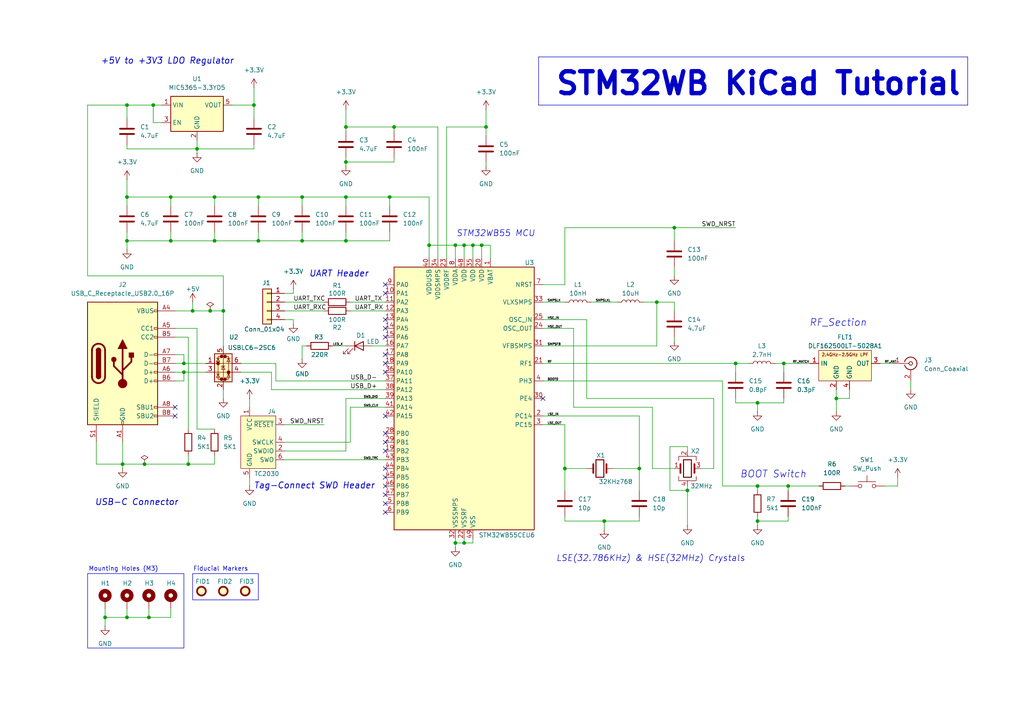
<source format=kicad_sch>
(kicad_sch (version 20250114) (generator "eeschema") (generator_version "9.0")
  (paper "A4")
  (title_block (title "STM32 Bluetooth Hardware") (date "2025-06-25"))
  (lib_symbols
    (symbol "Connector:Conn_ARM_SWD_TagConnect_TC2030" (in_bom no)
      (property "Reference" "J" (at 2.54 11.43 0))
      (property "Value" "Conn_ARM_SWD_TagConnect_TC2030" (at 5.08 8.89 0))
      (symbol "Conn_ARM_SWD_TagConnect_TC2030_0_0"
        (pin power_in line (at -2.54 10.16 270) (length 2.54) (name "VCC") (number "1"))
        (pin power_in line (at -2.54 -10.16 90) (length 2.54) (name "GND") (number "5"))
        (pin open_collector line (at 7.62 5.08 180) (length 2.54) (name "~{RESET}") (number "3"))
        (pin output line (at 7.62 0 180) (length 2.54) (name "SWCLK") (number "4"))
        (pin bidirectional line (at 7.62 -2.54 180) (length 2.54) (name "SWDIO") (number "2"))
        (pin input line (at 7.62 -5.08 180) (length 2.54) (name "SWO") (number "6"))
      )
    )
    (symbol "Connector:Conn_Coaxial" (pin_names (offset 1.016) (hide yes))
      (property "Reference" "J" (at 0.254 3.048 0))
      (property "Value" "Conn_Coaxial" (at 2.921 0 90))
      (symbol "Conn_Coaxial_1_1"
        (pin passive line (at -5.08 0 0) (length 2.54) (name "In") (number "1"))
        (pin passive line (at 0 -5.08 90) (length 2.54) (name "Ext") (number "2"))
      )
    )
    (symbol "Connector:USB_C_Receptacle_USB2.0_16P" (pin_names (offset 1.016))
      (property "Reference" "J" (at 0 22.225 0))
      (property "Value" "USB_C_Receptacle_USB2.0_16P" (at 0 19.685 0))
      (symbol "USB_C_Receptacle_USB2.0_16P_1_1"
        (pin passive line (at -7.62 -22.86 90) (length 5.08) (name "SHIELD") (number "S1"))
        (pin passive line (at 0 -22.86 90) (length 5.08) (name "GND") (number "A1"))
        (pin passive line (at 0 -22.86 90) (length 5.08) (hide yes) (name "GND") (number "A12"))
        (pin passive line (at 0 -22.86 90) (length 5.08) (hide yes) (name "GND") (number "B1"))
        (pin passive line (at 0 -22.86 90) (length 5.08) (hide yes) (name "GND") (number "B12"))
        (pin passive line (at 15.24 15.24 180) (length 5.08) (name "VBUS") (number "A4"))
        (pin passive line (at 15.24 15.24 180) (length 5.08) (hide yes) (name "VBUS") (number "A9"))
        (pin passive line (at 15.24 15.24 180) (length 5.08) (hide yes) (name "VBUS") (number "B4"))
        (pin passive line (at 15.24 15.24 180) (length 5.08) (hide yes) (name "VBUS") (number "B9"))
        (pin bidirectional line (at 15.24 10.16 180) (length 5.08) (name "CC1") (number "A5"))
        (pin bidirectional line (at 15.24 7.62 180) (length 5.08) (name "CC2") (number "B5"))
        (pin bidirectional line (at 15.24 2.54 180) (length 5.08) (name "D-") (number "A7"))
        (pin bidirectional line (at 15.24 0 180) (length 5.08) (name "D-") (number "B7"))
        (pin bidirectional line (at 15.24 -2.54 180) (length 5.08) (name "D+") (number "A6"))
        (pin bidirectional line (at 15.24 -5.08 180) (length 5.08) (name "D+") (number "B6"))
        (pin bidirectional line (at 15.24 -12.7 180) (length 5.08) (name "SBU1") (number "A8"))
        (pin bidirectional line (at 15.24 -15.24 180) (length 5.08) (name "SBU2") (number "B8"))
      )
    )
    (symbol "Connector_Generic:Conn_01x04" (pin_names (offset 1.016) (hide yes))
      (property "Reference" "J" (at 0 5.08 0))
      (property "Value" "Conn_01x04" (at 0 -7.62 0))
      (symbol "Conn_01x04_1_1"
        (pin passive line (at -5.08 2.54 0) (length 3.81) (name "Pin_1") (number "1"))
        (pin passive line (at -5.08 0 0) (length 3.81) (name "Pin_2") (number "2"))
        (pin passive line (at -5.08 -2.54 0) (length 3.81) (name "Pin_3") (number "3"))
        (pin passive line (at -5.08 -5.08 0) (length 3.81) (name "Pin_4") (number "4"))
      )
    )
    (symbol "Device:C" (pin_numbers (hide yes)) (pin_names (offset 0.254))
      (property "Reference" "C" (at 0.635 2.54 0))
      (property "Value" "C" (at 0.635 -2.54 0))
      (symbol "C_1_1"
        (pin passive line (at 0 3.81 270) (length 2.794) (name "~") (number "1"))
        (pin passive line (at 0 -3.81 90) (length 2.794) (name "~") (number "2"))
      )
    )
    (symbol "Device:Crystal" (pin_numbers (hide yes)) (pin_names (offset 1.016) (hide yes))
      (property "Reference" "Y" (at 0 3.81 0))
      (property "Value" "Crystal" (at 0 -3.81 0))
      (symbol "Crystal_1_1"
        (pin passive line (at -3.81 0 0) (length 1.27) (name "1") (number "1"))
        (pin passive line (at 3.81 0 180) (length 1.27) (name "2") (number "2"))
      )
    )
    (symbol "Device:Crystal_GND24" (pin_names (offset 1.016) (hide yes))
      (property "Reference" "Y" (at 3.175 5.08 0))
      (property "Value" "Crystal_GND24" (at 3.175 3.175 0))
      (symbol "Crystal_GND24_1_1"
        (pin passive line (at -3.81 0 0) (length 1.27) (name "1") (number "1"))
        (pin passive line (at 0 5.08 270) (length 1.27) (name "2") (number "2"))
        (pin passive line (at 0 -5.08 90) (length 1.27) (name "4") (number "4"))
        (pin passive line (at 3.81 0 180) (length 1.27) (name "3") (number "3"))
      )
    )
    (symbol "Device:L" (pin_numbers (hide yes)) (pin_names (offset 1.016) (hide yes))
      (property "Reference" "L" (at -1.27 0 90))
      (property "Value" "L" (at 1.905 0 90))
      (symbol "L_1_1"
        (pin passive line (at 0 3.81 270) (length 1.27) (name "1") (number "1"))
        (pin passive line (at 0 -3.81 90) (length 1.27) (name "2") (number "2"))
      )
    )
    (symbol "Device:LED" (pin_numbers (hide yes)) (pin_names (offset 1.016) (hide yes))
      (property "Reference" "D" (at 0 2.54 0))
      (property "Value" "LED" (at 0 -2.54 0))
      (symbol "LED_1_1"
        (pin passive line (at -3.81 0 0) (length 2.54) (name "K") (number "1"))
        (pin passive line (at 3.81 0 180) (length 2.54) (name "A") (number "2"))
      )
    )
    (symbol "Device:R" (pin_numbers (hide yes)) (pin_names (offset 0))
      (property "Reference" "R" (at 2.032 0 90))
      (property "Value" "R" (at 0 0 90))
      (symbol "R_1_1"
        (pin passive line (at 0 3.81 270) (length 1.27) (name "~") (number "1"))
        (pin passive line (at 0 -3.81 90) (length 1.27) (name "~") (number "2"))
      )
    )
    (symbol "MCU_ST_STM32WB:STM32WB55CEUx"
      (property "Reference" "U" (at -20.32 39.37 0))
      (property "Value" "STM32WB55CEUx" (at 12.7 39.37 0))
      (symbol "STM32WB55CEUx_1_1"
        (pin input line (at -22.86 33.02 0) (length 2.54) (name "NRST") (number "7"))
        (pin power_in line (at -22.86 27.94 0) (length 2.54) (name "VLXSMPS") (number "33"))
        (pin input line (at -22.86 22.86 0) (length 2.54) (name "OSC_IN") (number "25"))
        (pin input line (at -22.86 20.32 0) (length 2.54) (name "OSC_OUT") (number "24"))
        (pin input line (at -22.86 15.24 0) (length 2.54) (name "VFBSMPS") (number "31"))
        (pin bidirectional line (at -22.86 10.16 0) (length 2.54) (name "RF1") (number "21"))
        (pin bidirectional line (at -22.86 5.08 0) (length 2.54) (name "PH3") (number "4"))
        (pin bidirectional line (at -22.86 0 0) (length 2.54) (name "PE4") (number "30"))
        (pin bidirectional line (at -22.86 -5.08 0) (length 2.54) (name "PC14") (number "2"))
        (pin bidirectional line (at -22.86 -7.62 0) (length 2.54) (name "PC15") (number "3"))
        (pin no_connect line (at -20.32 -35.56 0) (length 2.54) (hide yes) (name "AT1") (number "27"))
        (pin no_connect line (at -20.32 -38.1 0) (length 2.54) (hide yes) (name "AT0") (number "26"))
        (pin power_in line (at -7.62 40.64 270) (length 2.54) (name "VBAT") (number "1"))
        (pin power_in line (at -5.08 40.64 270) (length 2.54) (name "VDD") (number "20"))
        (pin power_in line (at -2.54 40.64 270) (length 2.54) (name "VDD") (number "35"))
        (pin power_in line (at -2.54 -40.64 90) (length 2.54) (name "VSS") (number "49"))
        (pin power_in line (at 0 40.64 270) (length 2.54) (name "VDD") (number "48"))
        (pin power_in line (at 0 -40.64 90) (length 2.54) (name "VSSRF") (number "22"))
        (pin power_in line (at 2.54 40.64 270) (length 2.54) (name "VDDA") (number "8"))
        (pin power_in line (at 2.54 -40.64 90) (length 2.54) (name "VSSSMPS") (number "32"))
        (pin power_in line (at 5.08 40.64 270) (length 2.54) (name "VDDRF") (number "23"))
        (pin power_in line (at 7.62 40.64 270) (length 2.54) (name "VDDSMPS") (number "34"))
        (pin power_in line (at 10.16 40.64 270) (length 2.54) (name "VDDUSB") (number "40"))
        (pin bidirectional line (at 22.86 33.02 180) (length 2.54) (name "PA0") (number "9"))
        (pin bidirectional line (at 22.86 30.48 180) (length 2.54) (name "PA1") (number "10"))
        (pin bidirectional line (at 22.86 27.94 180) (length 2.54) (name "PA2") (number "11"))
        (pin bidirectional line (at 22.86 25.4 180) (length 2.54) (name "PA3") (number "12"))
        (pin bidirectional line (at 22.86 22.86 180) (length 2.54) (name "PA4") (number "13"))
        (pin bidirectional line (at 22.86 20.32 180) (length 2.54) (name "PA5") (number "14"))
        (pin bidirectional line (at 22.86 17.78 180) (length 2.54) (name "PA6") (number "15"))
        (pin bidirectional line (at 22.86 15.24 180) (length 2.54) (name "PA7") (number "16"))
        (pin bidirectional line (at 22.86 12.7 180) (length 2.54) (name "PA8") (number "17"))
        (pin bidirectional line (at 22.86 10.16 180) (length 2.54) (name "PA9") (number "18"))
        (pin bidirectional line (at 22.86 7.62 180) (length 2.54) (name "PA10") (number "36"))
        (pin bidirectional line (at 22.86 5.08 180) (length 2.54) (name "PA11") (number "37"))
        (pin bidirectional line (at 22.86 2.54 180) (length 2.54) (name "PA12") (number "38"))
        (pin bidirectional line (at 22.86 0 180) (length 2.54) (name "PA13") (number "39"))
        (pin bidirectional line (at 22.86 -2.54 180) (length 2.54) (name "PA14") (number "41"))
        (pin bidirectional line (at 22.86 -5.08 180) (length 2.54) (name "PA15") (number "42"))
        (pin bidirectional line (at 22.86 -10.16 180) (length 2.54) (name "PB0") (number "28"))
        (pin bidirectional line (at 22.86 -12.7 180) (length 2.54) (name "PB1") (number "29"))
        (pin bidirectional line (at 22.86 -15.24 180) (length 2.54) (name "PB2") (number "19"))
        (pin bidirectional line (at 22.86 -17.78 180) (length 2.54) (name "PB3") (number "43"))
        (pin bidirectional line (at 22.86 -20.32 180) (length 2.54) (name "PB4") (number "44"))
        (pin bidirectional line (at 22.86 -22.86 180) (length 2.54) (name "PB5") (number "45"))
        (pin bidirectional line (at 22.86 -25.4 180) (length 2.54) (name "PB6") (number "46"))
        (pin bidirectional line (at 22.86 -27.94 180) (length 2.54) (name "PB7") (number "47"))
        (pin bidirectional line (at 22.86 -30.48 180) (length 2.54) (name "PB8") (number "5"))
        (pin bidirectional line (at 22.86 -33.02 180) (length 2.54) (name "PB9") (number "6"))
      )
    )
    (symbol "Mechanical:Fiducial" (in_bom no)
      (property "Reference" "FID" (at 0 5.08 0))
      (property "Value" "Fiducial" (at 0 3.175 0))
    )
    (symbol "Mechanical:MountingHole_Pad" (pin_numbers (hide yes)) (pin_names (offset 1.016) (hide yes)) (in_bom no)
      (property "Reference" "H" (at 0 6.35 0))
      (property "Value" "MountingHole_Pad" (at 0 4.445 0))
      (symbol "MountingHole_Pad_1_1"
        (pin input line (at 0 -2.54 90) (length 2.54) (name "1") (number "1"))
      )
    )
    (symbol "Power_Protection:USBLC6-2SC6" (pin_names (hide yes))
      (property "Reference" "U" (at 0.635 5.715 0))
      (property "Value" "USBLC6-2SC6" (at 0.635 3.81 0))
      (symbol "USBLC6-2SC6_1_1"
        (pin passive line (at -5.08 0 0) (length 2.54) (name "I/O1") (number "1"))
        (pin passive line (at -5.08 -2.54 0) (length 2.54) (name "I/O2") (number "3"))
        (pin passive line (at 0 5.08 270) (length 2.54) (name "VBUS") (number "5"))
        (pin passive line (at 0 -7.62 90) (length 2.54) (name "GND") (number "2"))
        (pin passive line (at 5.08 0 180) (length 2.54) (name "I/O1") (number "6"))
        (pin passive line (at 5.08 -2.54 180) (length 2.54) (name "I/O2") (number "4"))
      )
    )
    (symbol "Regulator_Linear:MIC5365-3.3YD5"
      (property "Reference" "U" (at -7.62 6.35 0))
      (property "Value" "MIC5365-3.3YD5" (at 0 6.35 0))
      (symbol "MIC5365-3.3YD5_1_1"
        (pin power_in line (at -10.16 2.54 0) (length 2.54) (name "VIN") (number "1"))
        (pin input line (at -10.16 -2.54 0) (length 2.54) (name "EN") (number "3"))
        (pin power_in line (at 0 -7.62 90) (length 2.54) (name "GND") (number "2"))
        (pin no_connect line (at 7.62 -2.54 180) (length 2.54) (hide yes) (name "NC") (number "4"))
        (pin power_out line (at 10.16 2.54 180) (length 2.54) (name "VOUT") (number "5"))
      )
    )
    (symbol "STM32_RF:DLF162500LT-5028A1"
      (property "Reference" "FLT" (at 1.524 3.81 0))
      (property "Value" "DLF162500LT-5028A1" (at 13.97 -7.366 0))
      (property "Footprint" "STM32_RF:Untitled" (at 0 0 0))
      (symbol "DLF162500LT-5028A1_0_0"
        (pin passive line (at -8.89 -1.27 0) (length 2.54) (name "IN") (number "1"))
        (pin passive line (at -1.27 -8.89 90) (length 2.54) (name "GND") (number "2"))
        (pin passive line (at 2.54 -8.89 90) (length 2.54) (name "GND") (number "4"))
        (pin passive line (at 11.43 -1.27 180) (length 2.54) (name "OUT") (number "3"))
      )
      (symbol "DLF162500LT-5028A1_1_1"
        (text "2.4GHz-2.5GHz LPF" (at 1.27 1.27 0) (effects (font (size 0.889 0.889))))
      )
    )
    (symbol "Switch:SW_Push" (pin_numbers (hide yes)) (pin_names (offset 1.016) (hide yes))
      (property "Reference" "SW" (at 1.27 2.54 0))
      (property "Value" "SW_Push" (at 0 -1.524 0))
      (symbol "SW_Push_0_1"
        (pin passive line (at -5.08 0 0) (length 2.54) (name "1") (number "1"))
        (pin passive line (at 5.08 0 180) (length 2.54) (name "2") (number "2"))
      )
    )
    (symbol "power:+3.3V" (power) (pin_numbers (hide yes)) (pin_names (offset 0) (hide yes))
      (property "Value" "+3.3V" (at 0 3.556 0))
      (symbol "+3.3V_1_1"
        (pin power_in line (at 0 0 90) (length 0) (name "~") (number "1"))
      )
    )
    (symbol "power:+5V" (power) (pin_numbers (hide yes)) (pin_names (offset 0) (hide yes))
      (property "Value" "+5V" (at 0 3.556 0))
      (symbol "+5V_1_1"
        (pin power_in line (at 0 0 90) (length 0) (name "~") (number "1"))
      )
    )
    (symbol "power:GND" (power) (pin_numbers (hide yes)) (pin_names (offset 0) (hide yes))
      (property "Value" "GND" (at 0 -3.81 0))
      (symbol "GND_1_1"
        (pin power_in line (at 0 0 270) (length 0) (name "~") (number "1"))
      )
    )
    (symbol "power:PWR_FLAG" (power) (pin_numbers (hide yes)) (pin_names (offset 0) (hide yes))
      (property "Value" "PWR_FLAG" (at 0 3.81 0))
      (symbol "PWR_FLAG_0_0"
        (pin power_out line (at 0 0 90) (length 0) (name "~") (number "1"))
      )
    )
  )
  (rectangle (start 25.4 166.37) (end 53.34 187.96))
  (rectangle (start 55.88 166.37) (end 74.93 173.99))
  (text "STM32WB KiCad Tutorial" (at 219.964 24.384 0) (effects (font (size 6.35 6.35) (thickness 1.27) (bold yes))))
  (text "STM32WB55 MCU" (at 143.764 67.818 0) (effects (font (size 1.778 1.778) (italic yes))))
  (text "Fiducial Markers" (at 64.008 165.1 0) (effects (font (size 1.27 1.27))))
  (text "Tag-Connect SWD Header" (at 91.186 140.97 0) (effects (font (size 1.778 1.778) (thickness 0.2223) (italic yes))))
  (text "UART Header\n" (at 98.298 79.502 0) (effects (font (size 1.778 1.778) (thickness 0.2223) (italic yes))))
  (text "Mounting Holes (M3)" (at 35.814 165.1 0) (effects (font (size 1.27 1.27))))
  (text "RF_Section\n" (at 243.078 93.726 0) (effects (font (size 2.032 2.032) (italic yes))))
  (text "+5V to +3V3 LDO Regulator" (at 48.514 17.78 0) (effects (font (size 1.778 1.778) (thickness 0.2223) (italic yes))))
  (text "USB-C Connector" (at 39.624 145.796 0) (effects (font (size 1.778 1.778) (thickness 0.2223) (italic yes))))
  (text "BOOT Switch" (at 224.282 137.668 0) (effects (font (size 2.032 2.032) (italic yes))))
  (text "LSE(32.786KHz) & HSE(32MHz) Crystals" (at 188.722 162.052 0) (effects (font (size 1.778 1.778) (italic yes))))
  (junction (at 227.33 105.41))
  (junction (at 43.18 179.07))
  (junction (at 175.26 151.13))
  (junction (at 134.62 157.48))
  (junction (at 53.34 107.95))
  (junction (at 49.53 57.15))
  (junction (at 87.63 57.15))
  (junction (at 62.23 57.15))
  (junction (at 73.66 30.48))
  (junction (at 74.93 69.85))
  (junction (at 140.97 36.83))
  (junction (at 163.83 135.89))
  (junction (at 185.42 135.89))
  (junction (at 124.46 71.12))
  (junction (at 55.88 90.17))
  (junction (at 113.03 57.15))
  (junction (at 87.63 69.85))
  (junction (at 213.36 105.41))
  (junction (at 242.57 115.57))
  (junction (at 64.77 90.17))
  (junction (at 44.45 30.48))
  (junction (at 195.58 66.04))
  (junction (at 60.96 90.17))
  (junction (at 57.15 43.18))
  (junction (at 53.34 105.41))
  (junction (at 219.71 140.97))
  (junction (at 54.61 134.62))
  (junction (at 49.53 69.85))
  (junction (at 62.23 69.85))
  (junction (at 100.33 36.83))
  (junction (at 36.83 30.48))
  (junction (at 41.91 134.62))
  (junction (at 100.33 69.85))
  (junction (at 190.5 87.63))
  (junction (at 35.56 134.62))
  (junction (at 100.33 46.99))
  (junction (at 219.71 151.13))
  (junction (at 219.71 116.84))
  (junction (at 137.16 71.12))
  (junction (at 139.7 71.12))
  (junction (at 228.6 140.97))
  (junction (at 199.39 142.24))
  (junction (at 114.3 36.83))
  (junction (at 132.08 71.12))
  (junction (at 100.33 57.15))
  (junction (at 36.83 179.07))
  (junction (at 132.08 157.48))
  (junction (at 36.83 69.85))
  (junction (at 74.93 57.15))
  (junction (at 134.62 71.12))
  (junction (at 36.83 57.15))
  (junction (at 30.48 179.07))
  (no_connect (at 111.76 92.71))
  (no_connect (at 111.76 95.25))
  (no_connect (at 111.76 148.59))
  (no_connect (at 111.76 85.09))
  (no_connect (at 111.76 138.43))
  (no_connect (at 111.76 128.27))
  (no_connect (at 111.76 125.73))
  (no_connect (at 111.76 102.87))
  (no_connect (at 111.76 107.95))
  (no_connect (at 157.48 115.57))
  (no_connect (at 111.76 140.97))
  (no_connect (at 111.76 82.55))
  (no_connect (at 50.8 118.11))
  (no_connect (at 111.76 130.81))
  (no_connect (at 111.76 120.65))
  (no_connect (at 111.76 135.89))
  (no_connect (at 50.8 120.65))
  (no_connect (at 111.76 105.41))
  (no_connect (at 111.76 97.79))
  (no_connect (at 111.76 146.05))
  (no_connect (at 111.76 143.51))
  (wire (pts (xy 25.4 80.01) (xy 64.77 80.01)))
  (wire (pts (xy 25.4 30.48) (xy 25.4 80.01)))
  (wire (pts (xy 57.15 43.18) (xy 57.15 44.45)))
  (wire (pts (xy 54.61 132.08) (xy 54.61 134.62)))
  (wire (pts (xy 227.33 105.41) (xy 234.95 105.41)))
  (wire (pts (xy 49.53 57.15) (xy 62.23 57.15)))
  (wire (pts (xy 113.03 69.85) (xy 100.33 69.85)))
  (wire (pts (xy 30.48 176.53) (xy 30.48 179.07)))
  (polyline (pts (xy 280.67 16.51) (xy 280.67 30.48)))
  (wire (pts (xy 100.33 115.57) (xy 111.76 115.57)))
  (wire (pts (xy 157.48 100.33) (xy 190.5 100.33)))
  (wire (pts (xy 49.53 176.53) (xy 49.53 179.07)))
  (wire (pts (xy 124.46 71.12) (xy 124.46 57.15)))
  (wire (pts (xy 219.71 149.86) (xy 219.71 151.13)))
  (wire (pts (xy 27.94 128.27) (xy 27.94 134.62)))
  (wire (pts (xy 157.48 87.63) (xy 163.83 87.63)))
  (wire (pts (xy 55.88 90.17) (xy 50.8 90.17)))
  (wire (pts (xy 49.53 59.69) (xy 49.53 57.15)))
  (wire (pts (xy 69.85 107.95) (xy 78.74 107.95)))
  (wire (pts (xy 78.74 113.03) (xy 111.76 113.03)))
  (wire (pts (xy 80.01 110.49) (xy 111.76 110.49)))
  (wire (pts (xy 137.16 71.12) (xy 139.7 71.12)))
  (wire (pts (xy 175.26 151.13) (xy 175.26 153.67)))
  (wire (pts (xy 54.61 97.79) (xy 54.61 124.46)))
  (wire (pts (xy 36.83 30.48) (xy 36.83 34.29)))
  (wire (pts (xy 132.08 71.12) (xy 134.62 71.12)))
  (wire (pts (xy 36.83 43.18) (xy 57.15 43.18)))
  (wire (pts (xy 36.83 176.53) (xy 36.83 179.07)))
  (wire (pts (xy 74.93 67.31) (xy 74.93 69.85)))
  (wire (pts (xy 227.33 105.41) (xy 227.33 107.95)))
  (wire (pts (xy 62.23 69.85) (xy 49.53 69.85)))
  (wire (pts (xy 57.15 95.25) (xy 57.15 124.46)))
  (wire (pts (xy 44.45 30.48) (xy 36.83 30.48)))
  (wire (pts (xy 100.33 46.99) (xy 100.33 48.26)))
  (wire (pts (xy 185.42 135.89) (xy 185.42 142.24)))
  (wire (pts (xy 199.39 129.54) (xy 194.31 129.54)))
  (wire (pts (xy 87.63 69.85) (xy 74.93 69.85)))
  (wire (pts (xy 100.33 31.75) (xy 100.33 36.83)))
  (wire (pts (xy 127 74.93) (xy 127 36.83)))
  (wire (pts (xy 62.23 132.08) (xy 62.23 134.62)))
  (wire (pts (xy 185.42 120.65) (xy 185.42 135.89)))
  (polyline (pts (xy 156.21 16.51) (xy 280.67 16.51)))
  (wire (pts (xy 246.38 115.57) (xy 246.38 113.03)))
  (wire (pts (xy 207.01 115.57) (xy 207.01 135.89)))
  (wire (pts (xy 50.8 107.95) (xy 53.34 107.95)))
  (wire (pts (xy 237.49 140.97) (xy 228.6 140.97)))
  (wire (pts (xy 100.33 130.81) (xy 100.33 115.57)))
  (wire (pts (xy 36.83 59.69) (xy 36.83 57.15)))
  (wire (pts (xy 80.01 105.41) (xy 80.01 110.49)))
  (wire (pts (xy 190.5 87.63) (xy 186.69 87.63)))
  (wire (pts (xy 82.55 85.09) (xy 85.09 85.09)))
  (wire (pts (xy 54.61 134.62) (xy 41.91 134.62)))
  (wire (pts (xy 57.15 124.46) (xy 62.23 124.46)))
  (wire (pts (xy 44.45 35.56) (xy 44.45 30.48)))
  (wire (pts (xy 50.8 110.49) (xy 53.34 110.49)))
  (wire (pts (xy 195.58 97.79) (xy 195.58 99.06)))
  (polyline (pts (xy 156.21 30.48) (xy 156.21 16.51)))
  (wire (pts (xy 199.39 142.24) (xy 199.39 152.4)))
  (wire (pts (xy 50.8 95.25) (xy 57.15 95.25)))
  (wire (pts (xy 163.83 135.89) (xy 170.18 135.89)))
  (wire (pts (xy 82.55 90.17) (xy 93.98 90.17)))
  (wire (pts (xy 157.48 120.65) (xy 185.42 120.65)))
  (wire (pts (xy 78.74 107.95) (xy 78.74 113.03)))
  (wire (pts (xy 166.37 95.25) (xy 166.37 118.11)))
  (wire (pts (xy 49.53 67.31) (xy 49.53 69.85)))
  (wire (pts (xy 55.88 87.63) (xy 55.88 90.17)))
  (wire (pts (xy 36.83 179.07) (xy 30.48 179.07)))
  (wire (pts (xy 36.83 69.85) (xy 36.83 72.39)))
  (wire (pts (xy 185.42 151.13) (xy 175.26 151.13)))
  (wire (pts (xy 87.63 100.33) (xy 87.63 104.14)))
  (wire (pts (xy 163.83 123.19) (xy 163.83 135.89)))
  (wire (pts (xy 100.33 67.31) (xy 100.33 69.85)))
  (wire (pts (xy 228.6 140.97) (xy 228.6 142.24)))
  (wire (pts (xy 124.46 74.93) (xy 124.46 71.12)))
  (polyline (pts (xy 156.21 30.48) (xy 280.67 30.48)))
  (wire (pts (xy 157.48 95.25) (xy 166.37 95.25)))
  (wire (pts (xy 73.66 25.4) (xy 73.66 30.48)))
  (wire (pts (xy 50.8 102.87) (xy 53.34 102.87)))
  (wire (pts (xy 82.55 92.71) (xy 85.09 92.71)))
  (wire (pts (xy 62.23 57.15) (xy 62.23 59.69)))
  (wire (pts (xy 124.46 57.15) (xy 113.03 57.15)))
  (wire (pts (xy 36.83 67.31) (xy 36.83 69.85)))
  (wire (pts (xy 100.33 45.72) (xy 100.33 46.99)))
  (wire (pts (xy 27.94 134.62) (xy 35.56 134.62)))
  (wire (pts (xy 194.31 129.54) (xy 194.31 142.24)))
  (wire (pts (xy 219.71 140.97) (xy 219.71 142.24)))
  (wire (pts (xy 69.85 105.41) (xy 80.01 105.41)))
  (wire (pts (xy 100.33 38.1) (xy 100.33 36.83)))
  (wire (pts (xy 140.97 31.75) (xy 140.97 36.83)))
  (wire (pts (xy 157.48 123.19) (xy 163.83 123.19)))
  (wire (pts (xy 100.33 57.15) (xy 100.33 59.69)))
  (wire (pts (xy 213.36 105.41) (xy 217.17 105.41)))
  (wire (pts (xy 87.63 67.31) (xy 87.63 69.85)))
  (wire (pts (xy 73.66 43.18) (xy 57.15 43.18)))
  (wire (pts (xy 46.99 30.48) (xy 44.45 30.48)))
  (wire (pts (xy 170.18 92.71) (xy 170.18 115.57)))
  (wire (pts (xy 36.83 30.48) (xy 25.4 30.48)))
  (wire (pts (xy 101.6 128.27) (xy 101.6 118.11)))
  (wire (pts (xy 82.55 87.63) (xy 93.98 87.63)))
  (wire (pts (xy 134.62 71.12) (xy 137.16 71.12)))
  (wire (pts (xy 264.16 110.49) (xy 264.16 113.03)))
  (wire (pts (xy 137.16 157.48) (xy 134.62 157.48)))
  (wire (pts (xy 64.77 90.17) (xy 64.77 100.33)))
  (wire (pts (xy 207.01 135.89) (xy 203.2 135.89)))
  (wire (pts (xy 35.56 128.27) (xy 35.56 134.62)))
  (wire (pts (xy 73.66 41.91) (xy 73.66 43.18)))
  (wire (pts (xy 62.23 134.62) (xy 54.61 134.62)))
  (wire (pts (xy 195.58 66.04) (xy 213.36 66.04)))
  (wire (pts (xy 170.18 115.57) (xy 207.01 115.57)))
  (wire (pts (xy 74.93 57.15) (xy 87.63 57.15)))
  (wire (pts (xy 88.9 100.33) (xy 87.63 100.33)))
  (wire (pts (xy 195.58 66.04) (xy 195.58 69.85)))
  (wire (pts (xy 53.34 105.41) (xy 59.69 105.41)))
  (wire (pts (xy 129.54 36.83) (xy 140.97 36.83)))
  (wire (pts (xy 101.6 118.11) (xy 111.76 118.11)))
  (wire (pts (xy 53.34 110.49) (xy 53.34 107.95)))
  (wire (pts (xy 127 36.83) (xy 114.3 36.83)))
  (wire (pts (xy 35.56 134.62) (xy 35.56 135.89)))
  (wire (pts (xy 85.09 85.09) (xy 85.09 83.82)))
  (wire (pts (xy 213.36 115.57) (xy 213.36 116.84)))
  (wire (pts (xy 74.93 57.15) (xy 74.93 59.69)))
  (wire (pts (xy 194.31 142.24) (xy 199.39 142.24)))
  (wire (pts (xy 256.54 140.97) (xy 260.35 140.97)))
  (wire (pts (xy 142.24 71.12) (xy 142.24 74.93)))
  (wire (pts (xy 163.83 149.86) (xy 163.83 151.13)))
  (wire (pts (xy 64.77 80.01) (xy 64.77 90.17)))
  (wire (pts (xy 36.83 52.07) (xy 36.83 57.15)))
  (wire (pts (xy 36.83 57.15) (xy 49.53 57.15)))
  (wire (pts (xy 190.5 100.33) (xy 190.5 87.63)))
  (wire (pts (xy 140.97 46.99) (xy 140.97 48.26)))
  (wire (pts (xy 82.55 123.19) (xy 93.98 123.19)))
  (wire (pts (xy 242.57 113.03) (xy 242.57 115.57)))
  (wire (pts (xy 36.83 41.91) (xy 36.83 43.18)))
  (wire (pts (xy 132.08 71.12) (xy 132.08 74.93)))
  (wire (pts (xy 82.55 128.27) (xy 101.6 128.27)))
  (wire (pts (xy 195.58 77.47) (xy 195.58 80.01)))
  (wire (pts (xy 132.08 156.21) (xy 132.08 157.48)))
  (wire (pts (xy 228.6 149.86) (xy 228.6 151.13)))
  (wire (pts (xy 224.79 105.41) (xy 227.33 105.41)))
  (wire (pts (xy 199.39 130.81) (xy 199.39 129.54)))
  (wire (pts (xy 87.63 57.15) (xy 100.33 57.15)))
  (wire (pts (xy 242.57 115.57) (xy 242.57 119.38)))
  (wire (pts (xy 124.46 71.12) (xy 132.08 71.12)))
  (wire (pts (xy 185.42 149.86) (xy 185.42 151.13)))
  (wire (pts (xy 137.16 156.21) (xy 137.16 157.48)))
  (wire (pts (xy 82.55 133.35) (xy 111.76 133.35)))
  (wire (pts (xy 96.52 100.33) (xy 100.33 100.33)))
  (wire (pts (xy 195.58 90.17) (xy 195.58 87.63)))
  (wire (pts (xy 195.58 87.63) (xy 190.5 87.63)))
  (wire (pts (xy 114.3 45.72) (xy 114.3 46.99)))
  (wire (pts (xy 62.23 57.15) (xy 74.93 57.15)))
  (wire (pts (xy 177.8 135.89) (xy 185.42 135.89)))
  (wire (pts (xy 242.57 115.57) (xy 246.38 115.57)))
  (wire (pts (xy 82.55 130.81) (xy 100.33 130.81)))
  (wire (pts (xy 85.09 92.71) (xy 85.09 93.98)))
  (wire (pts (xy 157.48 110.49) (xy 209.55 110.49)))
  (wire (pts (xy 46.99 35.56) (xy 44.45 35.56)))
  (wire (pts (xy 189.23 135.89) (xy 195.58 135.89)))
  (wire (pts (xy 114.3 36.83) (xy 114.3 38.1)))
  (wire (pts (xy 171.45 87.63) (xy 179.07 87.63)))
  (wire (pts (xy 139.7 71.12) (xy 142.24 71.12)))
  (wire (pts (xy 43.18 176.53) (xy 43.18 179.07)))
  (wire (pts (xy 72.39 138.43) (xy 72.39 140.97)))
  (wire (pts (xy 62.23 67.31) (xy 62.23 69.85)))
  (wire (pts (xy 134.62 157.48) (xy 132.08 157.48)))
  (wire (pts (xy 100.33 36.83) (xy 114.3 36.83)))
  (wire (pts (xy 189.23 118.11) (xy 189.23 135.89)))
  (wire (pts (xy 199.39 142.24) (xy 199.39 140.97)))
  (wire (pts (xy 163.83 151.13) (xy 175.26 151.13)))
  (wire (pts (xy 50.8 105.41) (xy 53.34 105.41)))
  (wire (pts (xy 213.36 116.84) (xy 219.71 116.84)))
  (wire (pts (xy 114.3 46.99) (xy 100.33 46.99)))
  (wire (pts (xy 43.18 179.07) (xy 36.83 179.07)))
  (wire (pts (xy 113.03 67.31) (xy 113.03 69.85)))
  (wire (pts (xy 134.62 156.21) (xy 134.62 157.48)))
  (wire (pts (xy 157.48 82.55) (xy 163.83 82.55)))
  (wire (pts (xy 137.16 71.12) (xy 137.16 74.93)))
  (wire (pts (xy 209.55 110.49) (xy 209.55 140.97)))
  (wire (pts (xy 72.39 115.57) (xy 72.39 118.11)))
  (wire (pts (xy 73.66 30.48) (xy 67.31 30.48)))
  (wire (pts (xy 101.6 90.17) (xy 111.76 90.17)))
  (wire (pts (xy 219.71 140.97) (xy 228.6 140.97)))
  (wire (pts (xy 228.6 151.13) (xy 219.71 151.13)))
  (wire (pts (xy 157.48 92.71) (xy 170.18 92.71)))
  (wire (pts (xy 134.62 71.12) (xy 134.62 74.93)))
  (wire (pts (xy 163.83 66.04) (xy 195.58 66.04)))
  (wire (pts (xy 260.35 138.43) (xy 260.35 140.97)))
  (wire (pts (xy 53.34 102.87) (xy 53.34 105.41)))
  (wire (pts (xy 73.66 34.29) (xy 73.66 30.48)))
  (wire (pts (xy 163.83 82.55) (xy 163.83 66.04)))
  (wire (pts (xy 113.03 57.15) (xy 113.03 59.69)))
  (wire (pts (xy 57.15 40.64) (xy 57.15 43.18)))
  (wire (pts (xy 41.91 134.62) (xy 35.56 134.62)))
  (wire (pts (xy 87.63 57.15) (xy 87.63 59.69)))
  (wire (pts (xy 107.95 100.33) (xy 111.76 100.33)))
  (wire (pts (xy 219.71 116.84) (xy 219.71 119.38)))
  (wire (pts (xy 49.53 179.07) (xy 43.18 179.07)))
  (wire (pts (xy 163.83 135.89) (xy 163.83 142.24)))
  (wire (pts (xy 157.48 105.41) (xy 213.36 105.41)))
  (wire (pts (xy 227.33 115.57) (xy 227.33 116.84)))
  (wire (pts (xy 64.77 90.17) (xy 60.96 90.17)))
  (wire (pts (xy 53.34 107.95) (xy 59.69 107.95)))
  (wire (pts (xy 36.83 69.85) (xy 49.53 69.85)))
  (wire (pts (xy 139.7 71.12) (xy 139.7 74.93)))
  (wire (pts (xy 101.6 87.63) (xy 111.76 87.63)))
  (wire (pts (xy 166.37 118.11) (xy 189.23 118.11)))
  (wire (pts (xy 213.36 105.41) (xy 213.36 107.95)))
  (wire (pts (xy 100.33 69.85) (xy 87.63 69.85)))
  (wire (pts (xy 219.71 151.13) (xy 219.71 152.4)))
  (wire (pts (xy 64.77 113.03) (xy 64.77 115.57)))
  (wire (pts (xy 245.11 140.97) (xy 246.38 140.97)))
  (wire (pts (xy 209.55 140.97) (xy 219.71 140.97)))
  (wire (pts (xy 50.8 97.79) (xy 54.61 97.79)))
  (wire (pts (xy 74.93 69.85) (xy 62.23 69.85)))
  (wire (pts (xy 30.48 179.07) (xy 30.48 181.61)))
  (wire (pts (xy 132.08 157.48) (xy 132.08 158.75)))
  (wire (pts (xy 140.97 36.83) (xy 140.97 39.37)))
  (wire (pts (xy 255.27 105.41) (xy 259.08 105.41)))
  (wire (pts (xy 227.33 116.84) (xy 219.71 116.84)))
  (wire (pts (xy 129.54 74.93) (xy 129.54 36.83)))
  (wire (pts (xy 60.96 90.17) (xy 55.88 90.17)))
  (wire (pts (xy 100.33 57.15) (xy 113.03 57.15)))
  (label "HSE_OUT" (at 158.75 95.25 0) (effects (font (size 0.635 0.635))))
  (label "LSE_OUT" (at 158.75 123.19 0) (effects (font (size 0.635 0.635))))
  (label "RF_MATCH" (at 229.87 105.41 0) (effects (font (size 0.635 0.635))))
  (label "UART_TX" (at 102.87 87.63 0))
  (label "RF_ANT" (at 256.54 105.41 0) (effects (font (size 0.635 0.635))))
  (label "USB_D+" (at 101.6 113.03 0))
  (label "SMPSLX" (at 158.75 87.63 0) (effects (font (size 0.635 0.635))))
  (label "SWD_NRST" (at 93.98 123.19 180))
  (label "SWD_CLK" (at 105.41 118.11 0) (effects (font (size 0.635 0.635))))
  (label "HSE_IN" (at 158.75 92.71 0) (effects (font (size 0.635 0.635))))
  (label "SWD_TRC" (at 105.41 133.35 0) (effects (font (size 0.635 0.635))))
  (label "LSE_IN" (at 158.75 120.65 0) (effects (font (size 0.635 0.635))))
  (label "RF" (at 158.75 105.41 0) (effects (font (size 0.635 0.635))))
  (label "SWD_NRST" (at 213.36 66.04 180))
  (label "LED_K" (at 96.52 100.33 0) (effects (font (size 0.635 0.635))))
  (label "SMPSFB" (at 158.75 100.33 0) (effects (font (size 0.635 0.635))))
  (label "SWD_DIO" (at 105.41 115.57 0) (effects (font (size 0.635 0.635))))
  (label "SMPSLXL" (at 172.72 87.63 0) (effects (font (size 0.635 0.635))))
  (label "UART_RXC" (at 85.09 90.17 0))
  (label "BOOT0" (at 158.75 110.49 0) (effects (font (size 0.635 0.635))))
  (label "UART_RX" (at 102.87 90.17 0))
  (label "UART_TXC" (at 85.09 87.63 0))
  (label "USB_D-" (at 101.6 110.49 0))
  (symbol (lib_id "power:GND") (at 199.39 152.4 0) (unit 1)
    (property "Reference" "#PWR023" (effects (hide yes)))
    (property "Value" "GND" (at 199.39 157.48 0))
    (property "Description" "Power symbol creates a global label with name \"GND\" , ground" (effects (hide yes)))
  )
  (symbol (lib_id "Regulator_Linear:MIC5365-3.3YD5") (at 57.15 33.02 0) (unit 1)
    (property "Reference" "U1" (at 57.15 22.86 0))
    (property "Value" "MIC5365-3.3YD5" (at 57.15 25.4 0))
    (property "Footprint" "Package_TO_SOT_SMD:SOT-23-5" (effects (hide yes)))
    (property "Datasheet" "http://ww1.microchip.com/downloads/en/DeviceDoc/mic5365.pdf" (effects (hide yes)))
    (property "Description" "150mA Low-dropout Voltage Regulator, Vout 3.3V, Vin up to 5.5V, SOT-23-5" (effects (hide yes)))
  )
  (symbol (lib_id "power:GND") (at 195.58 80.01 0) (unit 1)
    (property "Reference" "#PWR09" (effects (hide yes)))
    (property "Value" "GND" (at 195.58 85.09 0))
    (property "Description" "Power symbol creates a global label with name \"GND\" , ground" (effects (hide yes)))
  )
  (symbol (lib_id "Device:C") (at 213.36 111.76 0) (unit 1)
    (property "Reference" "C15" (at 217.17 110.4899 0) (effects (justify left)))
    (property "Value" "0.8pF" (at 217.17 113.0299 0) (effects (justify left)))
    (property "Footprint" "Capacitor_SMD:C_0402_1005Metric" (effects (hide yes)))
    (property "Description" "Unpolarized capacitor" (effects (hide yes)))
  )
  (symbol (lib_id "power:GND") (at 30.48 181.61 0) (unit 1)
    (property "Reference" "#PWR027" (effects (hide yes)))
    (property "Value" "GND" (at 30.48 186.69 0))
    (property "Description" "Power symbol creates a global label with name \"GND\" , ground" (effects (hide yes)))
  )
  (symbol (lib_id "Device:C") (at 228.6 146.05 0) (unit 1)
    (property "Reference" "C19" (at 232.41 144.7799 0) (effects (justify left)))
    (property "Value" "100nF" (at 232.41 147.3199 0) (effects (justify left)))
    (property "Footprint" "Capacitor_SMD:C_0402_1005Metric" (effects (hide yes)))
    (property "Description" "Unpolarized capacitor" (effects (hide yes)))
  )
  (symbol (lib_id "Device:C") (at 62.23 63.5 0) (unit 1)
    (property "Reference" "C8" (at 66.04 62.2299 0) (effects (justify left)))
    (property "Value" "100nF" (at 66.04 64.7699 0) (effects (justify left)))
    (property "Footprint" "Capacitor_SMD:C_0402_1005Metric" (effects (hide yes)))
    (property "Description" "Unpolarized capacitor" (effects (hide yes)))
  )
  (symbol (lib_id "Device:C") (at 114.3 41.91 0) (unit 1)
    (property "Reference" "C4" (at 118.11 40.6399 0) (effects (justify left)))
    (property "Value" "100nF" (at 118.11 43.1799 0) (effects (justify left)))
    (property "Footprint" "Capacitor_SMD:C_0402_1005Metric" (effects (hide yes)))
    (property "Description" "Unpolarized capacitor" (effects (hide yes)))
  )
  (symbol (lib_id "power:GND") (at 140.97 48.26 0) (unit 1)
    (property "Reference" "#PWR06" (effects (hide yes)))
    (property "Value" "GND" (at 140.97 53.34 0))
    (property "Description" "Power symbol creates a global label with name \"GND\" , ground" (effects (hide yes)))
  )
  (symbol (lib_id "Device:C") (at 227.33 111.76 0) (unit 1)
    (property "Reference" "C16" (at 231.14 110.4899 0) (effects (justify left)))
    (property "Value" "0.3pF" (at 231.14 113.0299 0) (effects (justify left)))
    (property "Footprint" "Capacitor_SMD:C_0402_1005Metric" (effects (hide yes)))
    (property "Description" "Unpolarized capacitor" (effects (hide yes)))
  )
  (symbol (lib_id "MCU_ST_STM32WB:STM32WB55CEUx") (at 134.62 115.57 0) (mirror y) (unit 1)
    (property "Reference" "U3" (at 154.94 76.2 0) (effects (justify left)))
    (property "Value" "STM32WB55CEU6" (at 155.194 155.194 0) (effects (justify left)))
    (property "Footprint" "Package_DFN_QFN:QFN-48-1EP_7x7mm_P0.5mm_EP5.6x5.6mm" (effects (hide yes)))
    (property "Datasheet" "https://www.st.com/resource/en/datasheet/stm32wb55ce.pdf" (effects (hide yes)))
    (property "Description" "STMicroelectronics Arm Cortex-M4 MCU, 512KB flash, 256KB RAM, 64 MHz, 1.71-3.6V, 30 GPIO, UFQFPN48" (effects (hide yes)))
  )
  (symbol (lib_id "Device:C") (at 36.83 63.5 0) (unit 1)
    (property "Reference" "C6" (at 40.64 62.2299 0) (effects (justify left)))
    (property "Value" "4.7uF" (at 40.64 64.7699 0) (effects (justify left)))
    (property "Footprint" "Capacitor_SMD:C_0603_1608Metric" (effects (hide yes)))
    (property "Description" "Unpolarized capacitor" (effects (hide yes)))
  )
  (symbol (lib_id "power:GND") (at 85.09 93.98 0) (unit 1)
    (property "Reference" "#PWR012" (effects (hide yes)))
    (property "Value" "GND" (at 85.09 98.298 0))
    (property "Description" "Power symbol creates a global label with name \"GND\" , ground" (effects (hide yes)))
  )
  (symbol (lib_id "Connector:Conn_ARM_SWD_TagConnect_TC2030") (at 74.93 128.27 0) (unit 1) (in_bom no)
    (property "Reference" "J4" (at 80.01 119.38 0) (effects (justify right)))
    (property "Value" "TC2030" (at 81.026 137.414 0) (effects (justify right)))
    (property "Footprint" "Connector:Tag-Connect_TC2030-IDC-FP_2x03_P1.27mm_Vertical" (effects (hide yes)))
    (property "Datasheet" "https://www.tag-connect.com/wp-content/uploads/bsk-pdf-manager/TC2030-CTX_1.pdf" (effects (hide yes)))
    (property "Description" "Tag-Connect ARM Cortex SWD JTAG connector, 6 pin" (effects (hide yes)))
  )
  (symbol (lib_id "Device:Crystal_GND24") (at 199.39 135.89 0) (unit 1)
    (property "Reference" "X2" (at 201.676 130.81 0))
    (property "Value" "32MHz" (at 203.454 140.97 0))
    (property "Footprint" "Crystal:Crystal_SMD_2016-4Pin_2.0x1.6mm" (effects (hide yes)))
    (property "Description" "Four pin crystal, GND on pins 2 and 4" (effects (hide yes)))
  )
  (symbol (lib_id "power:GND") (at 242.57 119.38 0) (unit 1)
    (property "Reference" "#PWR019" (effects (hide yes)))
    (property "Value" "GND" (at 242.57 124.46 0))
    (property "Description" "Power symbol creates a global label with name \"GND\" , ground" (effects (hide yes)))
  )
  (symbol (lib_id "power:GND") (at 87.63 104.14 0) (unit 1)
    (property "Reference" "#PWR014" (effects (hide yes)))
    (property "Value" "GND" (at 87.63 108.458 0))
    (property "Description" "Power symbol creates a global label with name \"GND\" , ground" (effects (hide yes)))
  )
  (symbol (lib_id "power:GND") (at 100.33 48.26 0) (unit 1)
    (property "Reference" "#PWR05" (effects (hide yes)))
    (property "Value" "GND" (at 100.33 53.34 0))
    (property "Description" "Power symbol creates a global label with name \"GND\" , ground" (effects (hide yes)))
  )
  (symbol (lib_id "power:GND") (at 57.15 44.45 0) (unit 1)
    (property "Reference" "#PWR04" (effects (hide yes)))
    (property "Value" "GND" (at 57.15 49.53 0))
    (property "Description" "Power symbol creates a global label with name \"GND\" , ground" (effects (hide yes)))
  )
  (symbol (lib_id "Device:C") (at 49.53 63.5 0) (unit 1)
    (property "Reference" "C7" (at 53.34 62.2299 0) (effects (justify left)))
    (property "Value" "100nF" (at 53.34 64.7699 0) (effects (justify left)))
    (property "Footprint" "Capacitor_SMD:C_0402_1005Metric" (effects (hide yes)))
    (property "Description" "Unpolarized capacitor" (effects (hide yes)))
  )
  (symbol (lib_id "power:GND") (at 132.08 158.75 0) (unit 1)
    (property "Reference" "#PWR026" (effects (hide yes)))
    (property "Value" "GND" (at 132.08 163.83 0))
    (property "Description" "Power symbol creates a global label with name \"GND\" , ground" (effects (hide yes)))
  )
  (symbol (lib_id "Device:R") (at 97.79 87.63 90) (unit 1)
    (property "Reference" "R1" (at 97.79 82.804 90))
    (property "Value" "100R" (at 97.79 85.09 90))
    (property "Footprint" "Capacitor_SMD:C_0402_1005Metric" (effects (hide yes)))
    (property "Description" "Resistor" (effects (hide yes)))
  )
  (symbol (lib_id "Device:C") (at 113.03 63.5 0) (unit 1)
    (property "Reference" "C12" (at 116.84 62.2299 0) (effects (justify left)))
    (property "Value" "100nF" (at 116.84 64.7699 0) (effects (justify left)))
    (property "Footprint" "Capacitor_SMD:C_0402_1005Metric" (effects (hide yes)))
    (property "Description" "Unpolarized capacitor" (effects (hide yes)))
  )
  (symbol (lib_id "power:+3.3V") (at 140.97 31.75 0) (unit 1)
    (property "Reference" "#PWR03" (effects (hide yes)))
    (property "Value" "+3.3V" (at 140.97 26.67 0))
    (property "Description" "Power symbol creates a global label with name \"+3.3V\"" (effects (hide yes)))
  )
  (symbol (lib_id "Connector:USB_C_Receptacle_USB2.0_16P") (at 35.56 105.41 0) (unit 1)
    (property "Reference" "J2" (at 35.56 82.55 0))
    (property "Value" "USB_C_Receptacle_USB2.0_16P" (at 35.56 85.09 0))
    (property "Footprint" "Connector_USB:USB_C_Receptacle_GCT_USB4105-xx-A_16P_TopMnt_Horizontal" (effects (hide yes)))
    (property "Datasheet" "https://www.usb.org/sites/default/files/documents/usb_type-c.zip" (effects (hide yes)))
    (property "Description" "USB 2.0-only 16P Type-C Receptacle connector" (effects (hide yes)))
  )
  (symbol (lib_id "Connector_Generic:Conn_01x04") (at 77.47 87.63 0) (mirror y) (unit 1)
    (property "Reference" "J1" (at 78.486 82.042 0) (effects (justify left)))
    (property "Value" "Conn_01x04" (at 82.55 95.504 0) (effects (justify left)))
    (property "Footprint" "Connector_Molex:Molex_PicoBlade_53048-0410_1x04_P1.25mm_Horizontal" (effects (hide yes)))
    (property "Description" "Generic connector, single row, 01x04, script generated (kicad-library-utils/schlib/autogen/connector/)" (effects (hide yes)))
  )
  (symbol (lib_id "Device:C") (at 87.63 63.5 0) (unit 1)
    (property "Reference" "C10" (at 91.44 62.2299 0) (effects (justify left)))
    (property "Value" "100nF" (at 91.44 64.7699 0) (effects (justify left)))
    (property "Footprint" "Capacitor_SMD:C_0402_1005Metric" (effects (hide yes)))
    (property "Description" "Unpolarized capacitor" (effects (hide yes)))
  )
  (symbol (lib_id "Device:L") (at 220.98 105.41 90) (unit 1)
    (property "Reference" "L3" (at 220.98 100.33 90))
    (property "Value" "2.7nH" (at 220.98 102.87 90))
    (property "Footprint" "Inductor_SMD:L_0402_1005Metric" (effects (hide yes)))
    (property "Description" "Inductor" (effects (hide yes)))
  )
  (symbol (lib_id "Device:Crystal") (at 173.99 135.89 0) (unit 1)
    (property "Reference" "X1" (at 174.244 132.08 0))
    (property "Value" "32KHz768" (at 178.562 139.7 0))
    (property "Footprint" "Crystal:Crystal_SMD_2012-2Pin_2.0x1.2mm" (effects (hide yes)))
    (property "Description" "Two pin crystal" (effects (hide yes)))
    (property "Distributor Link" "https://www.mouser.in/ProductDetail/NDK/NT2016SA-40.000MHZ-ENA4203A?qs=sGAEpiMZZMtldj7qu1ydra04qsXbrDPNlJAv5GwBzOQoVANpA0Gczw%3D%3D" (effects (hide yes)))
    (property "Manufacturer" "NHK" (effects (hide yes)))
    (property "Manufacturer No." "NT2016SA-40.000MHZ-ENA4203A" (effects (hide yes)))
  )
  (symbol (lib_id "Device:L") (at 182.88 87.63 90) (unit 1)
    (property "Reference" "L2" (at 182.88 82.55 90))
    (property "Value" "10uH" (at 182.88 85.09 90))
    (property "Footprint" "Inductor_SMD:L_0805_2012Metric" (effects (hide yes)))
    (property "Description" "Inductor" (effects (hide yes)))
  )
  (symbol (lib_id "Mechanical:Fiducial") (at 71.12 171.45 0) (unit 1) (in_bom no)
    (property "Reference" "FID3" (at 69.342 168.656 0) (effects (justify left)))
    (property "Value" "Fiducial" (effects (hide yes)))
    (property "Footprint" "Fiducial:Fiducial_1mm_Mask2mm" (effects (hide yes)))
    (property "Description" "Fiducial Marker" (effects (hide yes)))
  )
  (symbol (lib_id "Device:R") (at 92.71 100.33 90) (unit 1)
    (property "Reference" "R3" (at 92.456 97.79 90))
    (property "Value" "220R" (at 92.71 102.87 90))
    (property "Footprint" "Capacitor_SMD:C_0402_1005Metric" (effects (hide yes)))
    (property "Description" "Resistor" (effects (hide yes)))
  )
  (symbol (lib_id "Device:C") (at 36.83 38.1 0) (unit 1)
    (property "Reference" "C1" (at 40.64 36.8299 0) (effects (justify left)))
    (property "Value" "4.7uF" (at 40.64 39.3699 0) (effects (justify left)))
    (property "Footprint" "Capacitor_SMD:C_0603_1608Metric" (effects (hide yes)))
    (property "Description" "Unpolarized capacitor" (effects (hide yes)))
  )
  (symbol (lib_id "Device:C") (at 195.58 73.66 0) (unit 1)
    (property "Reference" "C13" (at 199.39 72.3899 0) (effects (justify left)))
    (property "Value" "100nF" (at 199.39 74.9299 0) (effects (justify left)))
    (property "Footprint" "Capacitor_SMD:C_0402_1005Metric" (effects (hide yes)))
    (property "Description" "Unpolarized capacitor" (effects (hide yes)))
  )
  (symbol (lib_id "Device:C") (at 74.93 63.5 0) (unit 1)
    (property "Reference" "C9" (at 78.74 62.2299 0) (effects (justify left)))
    (property "Value" "100nF" (at 78.74 64.7699 0) (effects (justify left)))
    (property "Footprint" "Capacitor_SMD:C_0402_1005Metric" (effects (hide yes)))
    (property "Description" "Unpolarized capacitor" (effects (hide yes)))
  )
  (symbol (lib_id "power:GND") (at 219.71 152.4 0) (unit 1)
    (property "Reference" "#PWR024" (effects (hide yes)))
    (property "Value" "GND" (at 219.71 157.48 0))
    (property "Description" "Power symbol creates a global label with name \"GND\" , ground" (effects (hide yes)))
  )
  (symbol (lib_id "STM32_RF:DLF162500LT-5028A1") (at 243.84 104.14 0) (unit 1)
    (property "Reference" "FLT1" (at 245.11 97.79 0))
    (property "Value" "DLF162500LT-5028A1" (at 245.11 100.33 0))
    (property "Footprint" "STM32_RF:Untitled" (effects (hide yes)))
    (property "Datasheet" "https://product.tdk.com/en/system/files?file=dam/doc/product/rf/rf/filter/catalog/rf_lpf_dlf162500lt-5028a1_en.pdf" (effects (hide yes)))
  )
  (symbol (lib_id "Connector:Conn_Coaxial") (at 264.16 105.41 0) (unit 1)
    (property "Reference" "J3" (at 267.97 104.4331 0) (effects (justify left)))
    (property "Value" "Conn_Coaxial" (at 267.97 106.9731 0) (effects (justify left)))
    (property "Footprint" "Connector_Coaxial:U.FL_Hirose_U.FL-R-SMT-1_Vertical" (effects (hide yes)))
    (property "Description" "coaxial connector (BNC, SMA, SMB, SMC, Cinch/RCA, LEMO, ...)" (effects (hide yes)))
  )
  (symbol (lib_id "power:PWR_FLAG") (at 60.96 90.17 0) (unit 1)
    (property "Reference" "#FLG01" (effects (hide yes)))
    (property "Value" "PWR_FLAG" (effects (hide yes)))
    (property "Description" "Special symbol for telling ERC where power comes from" (effects (hide yes)))
  )
  (symbol (lib_id "Mechanical:MountingHole_Pad") (at 30.48 173.99 0) (unit 1) (in_bom no)
    (property "Reference" "H1" (at 29.21 169.164 0) (effects (justify left)))
    (property "Value" "MountingHole_Pad" (effects (hide yes)))
    (property "Footprint" "MountingHole:MountingHole_3.2mm_M3_Pad" (effects (hide yes)))
    (property "Description" "Mounting Hole with connection" (effects (hide yes)))
  )
  (symbol (lib_id "power:+3.3V") (at 85.09 83.82 0) (unit 1)
    (property "Reference" "#PWR010" (effects (hide yes)))
    (property "Value" "+3.3V" (at 85.09 78.74 0))
    (property "Description" "Power symbol creates a global label with name \"+3.3V\"" (effects (hide yes)))
  )
  (symbol (lib_id "Device:C") (at 100.33 41.91 0) (unit 1)
    (property "Reference" "C3" (at 104.14 40.6399 0) (effects (justify left)))
    (property "Value" "4.7uF" (at 104.14 43.1799 0) (effects (justify left)))
    (property "Footprint" "Capacitor_SMD:C_0603_1608Metric" (effects (hide yes)))
    (property "Description" "Unpolarized capacitor" (effects (hide yes)))
  )
  (symbol (lib_id "Device:C") (at 195.58 93.98 0) (unit 1)
    (property "Reference" "C14" (at 199.39 92.7099 0) (effects (justify left)))
    (property "Value" "4.7uF" (at 199.39 95.2499 0) (effects (justify left)))
    (property "Footprint" "Capacitor_SMD:C_0603_1608Metric" (effects (hide yes)))
    (property "Description" "Unpolarized capacitor" (effects (hide yes)))
  )
  (symbol (lib_id "power:GND") (at 219.71 119.38 0) (unit 1)
    (property "Reference" "#PWR018" (effects (hide yes)))
    (property "Value" "GND" (at 219.71 124.46 0))
    (property "Description" "Power symbol creates a global label with name \"GND\" , ground" (effects (hide yes)))
  )
  (symbol (lib_id "Device:C") (at 163.83 146.05 0) (unit 1)
    (property "Reference" "C17" (at 167.64 144.7799 0) (effects (justify left)))
    (property "Value" "10p" (at 167.64 147.3199 0) (effects (justify left)))
    (property "Footprint" "Capacitor_SMD:C_0402_1005Metric" (effects (hide yes)))
    (property "Description" "Unpolarized capacitor" (effects (hide yes)))
  )
  (symbol (lib_id "power:GND") (at 64.77 115.57 0) (unit 1)
    (property "Reference" "#PWR016" (effects (hide yes)))
    (property "Value" "GND" (at 64.77 120.65 0))
    (property "Description" "Power symbol creates a global label with name \"GND\" , ground" (effects (hide yes)))
  )
  (symbol (lib_id "power:GND") (at 36.83 72.39 0) (unit 1)
    (property "Reference" "#PWR08" (effects (hide yes)))
    (property "Value" "GND" (at 36.83 77.47 0))
    (property "Description" "Power symbol creates a global label with name \"GND\" , ground" (effects (hide yes)))
  )
  (symbol (lib_id "power:+3.3V") (at 260.35 138.43 0) (unit 1)
    (property "Reference" "#PWR021" (effects (hide yes)))
    (property "Value" "+3.3V" (at 260.35 133.35 0))
    (property "Description" "Power symbol creates a global label with name \"+3.3V\"" (effects (hide yes)))
  )
  (symbol (lib_id "Device:C") (at 140.97 43.18 0) (unit 1)
    (property "Reference" "C5" (at 144.78 41.9099 0) (effects (justify left)))
    (property "Value" "100nF" (at 144.78 44.4499 0) (effects (justify left)))
    (property "Footprint" "Capacitor_SMD:C_0402_1005Metric" (effects (hide yes)))
    (property "Description" "Unpolarized capacitor" (effects (hide yes)))
  )
  (symbol (lib_id "Device:C") (at 73.66 38.1 0) (unit 1)
    (property "Reference" "C2" (at 77.47 36.8299 0) (effects (justify left)))
    (property "Value" "4.7uF" (at 77.47 39.3699 0) (effects (justify left)))
    (property "Footprint" "Capacitor_SMD:C_0603_1608Metric" (effects (hide yes)))
    (property "Description" "Unpolarized capacitor" (effects (hide yes)))
  )
  (symbol (lib_id "Device:LED") (at 104.14 100.33 0) (unit 1)
    (property "Reference" "D1" (at 104.648 97.282 0))
    (property "Value" "LED" (at 108.204 99.06 0))
    (property "Footprint" "Capacitor_SMD:C_0402_1005Metric" (effects (hide yes)))
    (property "Description" "Light emitting diode" (effects (hide yes)))
    (property "Sim.Pins" "1=K 2=A" (effects (hide yes)))
  )
  (symbol (lib_id "Device:C") (at 185.42 146.05 0) (unit 1)
    (property "Reference" "C18" (at 189.23 144.7799 0) (effects (justify left)))
    (property "Value" "10p" (at 189.23 147.3199 0) (effects (justify left)))
    (property "Footprint" "Capacitor_SMD:C_0402_1005Metric" (effects (hide yes)))
    (property "Description" "Unpolarized capacitor" (effects (hide yes)))
  )
  (symbol (lib_id "power:GND") (at 72.39 140.97 0) (unit 1)
    (property "Reference" "#PWR022" (effects (hide yes)))
    (property "Value" "GND" (at 72.39 146.05 0))
    (property "Description" "Power symbol creates a global label with name \"GND\" , ground" (effects (hide yes)))
  )
  (symbol (lib_id "Mechanical:MountingHole_Pad") (at 49.53 173.99 0) (unit 1) (in_bom no)
    (property "Reference" "H4" (at 48.26 169.164 0) (effects (justify left)))
    (property "Value" "MountingHole_Pad" (effects (hide yes)))
    (property "Footprint" "MountingHole:MountingHole_2.2mm_M2_Pad_Via" (effects (hide yes)))
    (property "Description" "Mounting Hole with connection" (effects (hide yes)))
  )
  (symbol (lib_id "Device:R") (at 219.71 146.05 0) (unit 1)
    (property "Reference" "R7" (at 222.25 144.7799 0) (effects (justify left)))
    (property "Value" "5k1" (at 222.25 147.3199 0) (effects (justify left)))
    (property "Footprint" "Capacitor_SMD:C_0402_1005Metric" (effects (hide yes)))
    (property "Description" "Resistor" (effects (hide yes)))
  )
  (symbol (lib_id "Switch:SW_Push") (at 251.46 140.97 0) (unit 1)
    (property "Reference" "SW1" (at 251.46 133.35 0))
    (property "Value" "SW_Push" (at 251.46 135.89 0))
    (property "Footprint" "Button_Switch_SMD:SW_Tactile_SPST_NO_Straight_CK_PTS636Sx25SMTRLFS" (effects (hide yes)))
    (property "Description" "Push button switch, generic, two pins" (effects (hide yes)))
  )
  (symbol (lib_id "Device:R") (at 62.23 128.27 0) (unit 1)
    (property "Reference" "R5" (at 64.77 126.9999 0) (effects (justify left)))
    (property "Value" "5K1" (at 64.77 129.5399 0) (effects (justify left)))
    (property "Footprint" "Capacitor_SMD:C_0402_1005Metric" (effects (hide yes)))
    (property "Description" "Resistor" (effects (hide yes)))
  )
  (symbol (lib_id "power:+5V") (at 55.88 87.63 0) (unit 1)
    (property "Reference" "#PWR011" (effects (hide yes)))
    (property "Value" "+5V" (at 55.88 83.82 0))
    (property "Description" "Power symbol creates a global label with name \"+5V\"" (effects (hide yes)))
  )
  (symbol (lib_id "Device:R") (at 97.79 90.17 90) (unit 1)
    (property "Reference" "R2" (at 97.79 94.996 90))
    (property "Value" "100R" (at 97.79 92.71 90))
    (property "Footprint" "Capacitor_SMD:C_0402_1005Metric" (effects (hide yes)))
    (property "Description" "Resistor" (effects (hide yes)))
  )
  (symbol (lib_id "power:+3.3V") (at 100.33 31.75 0) (unit 1)
    (property "Reference" "#PWR02" (effects (hide yes)))
    (property "Value" "+3.3V" (at 100.33 26.67 0))
    (property "Description" "Power symbol creates a global label with name \"+3.3V\"" (effects (hide yes)))
  )
  (symbol (lib_id "Mechanical:MountingHole_Pad") (at 43.18 173.99 0) (unit 1) (in_bom no)
    (property "Reference" "H3" (at 41.91 169.164 0) (effects (justify left)))
    (property "Value" "MountingHole_Pad" (effects (hide yes)))
    (property "Footprint" "MountingHole:MountingHole_2.2mm_M2_Pad_Via" (effects (hide yes)))
    (property "Description" "Mounting Hole with connection" (effects (hide yes)))
  )
  (symbol (lib_id "Device:L") (at 167.64 87.63 90) (unit 1)
    (property "Reference" "L1" (at 167.64 82.55 90))
    (property "Value" "10nH" (at 167.64 85.09 90))
    (property "Footprint" "Inductor_SMD:L_0402_1005Metric" (effects (hide yes)))
    (property "Description" "Inductor" (effects (hide yes)))
  )
  (symbol (lib_id "Device:R") (at 54.61 128.27 0) (unit 1)
    (property "Reference" "R4" (at 57.15 126.9999 0) (effects (justify left)))
    (property "Value" "5K1" (at 57.15 129.5399 0) (effects (justify left)))
    (property "Footprint" "Capacitor_SMD:C_0402_1005Metric" (effects (hide yes)))
    (property "Description" "Resistor" (effects (hide yes)))
  )
  (symbol (lib_id "Device:C") (at 100.33 63.5 0) (unit 1)
    (property "Reference" "C11" (at 104.14 62.2299 0) (effects (justify left)))
    (property "Value" "100nF" (at 104.14 64.7699 0) (effects (justify left)))
    (property "Footprint" "Capacitor_SMD:C_0402_1005Metric" (effects (hide yes)))
    (property "Description" "Unpolarized capacitor" (effects (hide yes)))
  )
  (symbol (lib_id "power:GND") (at 35.56 135.89 0) (unit 1)
    (property "Reference" "#PWR020" (effects (hide yes)))
    (property "Value" "GND" (at 35.56 140.97 0))
    (property "Description" "Power symbol creates a global label with name \"GND\" , ground" (effects (hide yes)))
  )
  (symbol (lib_id "Mechanical:Fiducial") (at 58.42 171.45 0) (unit 1) (in_bom no)
    (property "Reference" "FID1" (at 56.642 168.656 0) (effects (justify left)))
    (property "Value" "Fiducial" (effects (hide yes)))
    (property "Footprint" "Fiducial:Fiducial_1mm_Mask2mm" (effects (hide yes)))
    (property "Description" "Fiducial Marker" (effects (hide yes)))
  )
  (symbol (lib_id "Mechanical:MountingHole_Pad") (at 36.83 173.99 0) (unit 1) (in_bom no)
    (property "Reference" "H2" (at 35.56 169.164 0) (effects (justify left)))
    (property "Value" "MountingHole_Pad" (effects (hide yes)))
    (property "Footprint" "MountingHole:MountingHole_2.2mm_M2_Pad_Via" (effects (hide yes)))
    (property "Description" "Mounting Hole with connection" (effects (hide yes)))
  )
  (symbol (lib_id "power:PWR_FLAG") (at 41.91 134.62 0) (unit 1)
    (property "Reference" "#FLG02" (effects (hide yes)))
    (property "Value" "PWR_FLAG" (effects (hide yes)))
    (property "Description" "Special symbol for telling ERC where power comes from" (effects (hide yes)))
  )
  (symbol (lib_id "power:GND") (at 175.26 153.67 0) (unit 1)
    (property "Reference" "#PWR025" (effects (hide yes)))
    (property "Value" "GND" (at 175.26 158.75 0))
    (property "Description" "Power symbol creates a global label with name \"GND\" , ground" (effects (hide yes)))
  )
  (symbol (lib_id "power:+3.3V") (at 73.66 25.4 0) (unit 1)
    (property "Reference" "#PWR01" (effects (hide yes)))
    (property "Value" "+3.3V" (at 73.66 20.32 0))
    (property "Description" "Power symbol creates a global label with name \"+3.3V\"" (effects (hide yes)))
  )
  (symbol (lib_id "power:GND") (at 264.16 113.03 0) (unit 1)
    (property "Reference" "#PWR015" (effects (hide yes)))
    (property "Value" "GND" (at 264.16 118.11 0))
    (property "Description" "Power symbol creates a global label with name \"GND\" , ground" (effects (hide yes)))
  )
  (symbol (lib_id "power:GND") (at 195.58 99.06 0) (unit 1)
    (property "Reference" "#PWR013" (effects (hide yes)))
    (property "Value" "GND" (at 195.58 104.14 0))
    (property "Description" "Power symbol creates a global label with name \"GND\" , ground" (effects (hide yes)))
  )
  (symbol (lib_id "Device:R") (at 241.3 140.97 90) (unit 1)
    (property "Reference" "R6" (at 241.3 134.62 90))
    (property "Value" "100R" (at 241.3 137.16 90))
    (property "Footprint" "Capacitor_SMD:C_0402_1005Metric" (effects (hide yes)))
    (property "Description" "Resistor" (effects (hide yes)))
  )
  (symbol (lib_id "power:+3.3V") (at 36.83 52.07 0) (unit 1)
    (property "Reference" "#PWR07" (effects (hide yes)))
    (property "Value" "+3.3V" (at 36.83 46.99 0))
    (property "Description" "Power symbol creates a global label with name \"+3.3V\"" (effects (hide yes)))
  )
  (symbol (lib_id "Mechanical:Fiducial") (at 64.77 171.45 0) (unit 1) (in_bom no)
    (property "Reference" "FID2" (at 62.992 168.656 0) (effects (justify left)))
    (property "Value" "Fiducial" (effects (hide yes)))
    (property "Footprint" "Fiducial:Fiducial_1mm_Mask2mm" (effects (hide yes)))
    (property "Description" "Fiducial Marker" (effects (hide yes)))
  )
  (symbol (lib_id "power:+3.3V") (at 72.39 115.57 0) (unit 1)
    (property "Reference" "#PWR017" (effects (hide yes)))
    (property "Value" "+3.3V" (at 72.39 110.49 0))
    (property "Description" "Power symbol creates a global label with name \"+3.3V\"" (effects (hide yes)))
  )
  (symbol (lib_id "Power_Protection:USBLC6-2SC6") (at 64.77 105.41 0) (unit 1)
    (property "Reference" "U2" (at 66.4211 97.79 0) (effects (justify left)))
    (property "Value" "USBLC6-2SC6" (at 66.04 100.838 0) (effects (justify left)))
    (property "Footprint" "Package_TO_SOT_SMD:SOT-23-6" (effects (hide yes)))
    (property "Datasheet" "https://www.st.com/resource/en/datasheet/usblc6-2.pdf" (effects (hide yes)))
    (property "Description" "Very low capacitance ESD protection diode, 2 data-line, SOT-23-6" (effects (hide yes)))
  )
)
</source>
